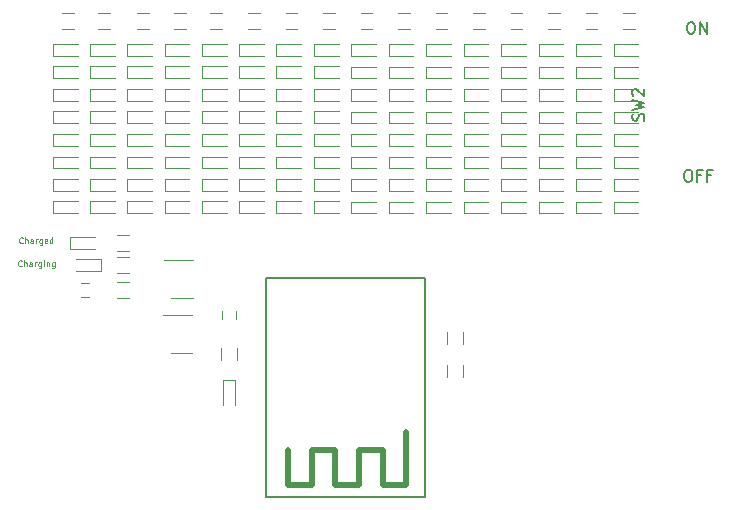
<source format=gto>
G04 #@! TF.FileFunction,Legend,Top*
%FSLAX46Y46*%
G04 Gerber Fmt 4.6, Leading zero omitted, Abs format (unit mm)*
G04 Created by KiCad (PCBNEW 4.0.7) date Tue Feb  6 08:28:50 2018*
%MOMM*%
%LPD*%
G01*
G04 APERTURE LIST*
%ADD10C,0.100000*%
%ADD11C,0.200000*%
%ADD12C,0.120000*%
%ADD13C,0.500000*%
%ADD14C,0.150000*%
G04 APERTURE END LIST*
D10*
X86750953Y-89698571D02*
X86727143Y-89722381D01*
X86655715Y-89746190D01*
X86608096Y-89746190D01*
X86536667Y-89722381D01*
X86489048Y-89674762D01*
X86465239Y-89627143D01*
X86441429Y-89531905D01*
X86441429Y-89460476D01*
X86465239Y-89365238D01*
X86489048Y-89317619D01*
X86536667Y-89270000D01*
X86608096Y-89246190D01*
X86655715Y-89246190D01*
X86727143Y-89270000D01*
X86750953Y-89293810D01*
X86965239Y-89746190D02*
X86965239Y-89246190D01*
X87179524Y-89746190D02*
X87179524Y-89484286D01*
X87155715Y-89436667D01*
X87108096Y-89412857D01*
X87036667Y-89412857D01*
X86989048Y-89436667D01*
X86965239Y-89460476D01*
X87631905Y-89746190D02*
X87631905Y-89484286D01*
X87608096Y-89436667D01*
X87560477Y-89412857D01*
X87465239Y-89412857D01*
X87417620Y-89436667D01*
X87631905Y-89722381D02*
X87584286Y-89746190D01*
X87465239Y-89746190D01*
X87417620Y-89722381D01*
X87393810Y-89674762D01*
X87393810Y-89627143D01*
X87417620Y-89579524D01*
X87465239Y-89555714D01*
X87584286Y-89555714D01*
X87631905Y-89531905D01*
X87870001Y-89746190D02*
X87870001Y-89412857D01*
X87870001Y-89508095D02*
X87893810Y-89460476D01*
X87917620Y-89436667D01*
X87965239Y-89412857D01*
X88012858Y-89412857D01*
X88393810Y-89412857D02*
X88393810Y-89817619D01*
X88370001Y-89865238D01*
X88346191Y-89889048D01*
X88298572Y-89912857D01*
X88227144Y-89912857D01*
X88179525Y-89889048D01*
X88393810Y-89722381D02*
X88346191Y-89746190D01*
X88250953Y-89746190D01*
X88203334Y-89722381D01*
X88179525Y-89698571D01*
X88155715Y-89650952D01*
X88155715Y-89508095D01*
X88179525Y-89460476D01*
X88203334Y-89436667D01*
X88250953Y-89412857D01*
X88346191Y-89412857D01*
X88393810Y-89436667D01*
X88822382Y-89722381D02*
X88774763Y-89746190D01*
X88679525Y-89746190D01*
X88631906Y-89722381D01*
X88608096Y-89674762D01*
X88608096Y-89484286D01*
X88631906Y-89436667D01*
X88679525Y-89412857D01*
X88774763Y-89412857D01*
X88822382Y-89436667D01*
X88846191Y-89484286D01*
X88846191Y-89531905D01*
X88608096Y-89579524D01*
X89274762Y-89746190D02*
X89274762Y-89246190D01*
X89274762Y-89722381D02*
X89227143Y-89746190D01*
X89131905Y-89746190D01*
X89084286Y-89722381D01*
X89060477Y-89698571D01*
X89036667Y-89650952D01*
X89036667Y-89508095D01*
X89060477Y-89460476D01*
X89084286Y-89436667D01*
X89131905Y-89412857D01*
X89227143Y-89412857D01*
X89274762Y-89436667D01*
X86670000Y-91648571D02*
X86646190Y-91672381D01*
X86574762Y-91696190D01*
X86527143Y-91696190D01*
X86455714Y-91672381D01*
X86408095Y-91624762D01*
X86384286Y-91577143D01*
X86360476Y-91481905D01*
X86360476Y-91410476D01*
X86384286Y-91315238D01*
X86408095Y-91267619D01*
X86455714Y-91220000D01*
X86527143Y-91196190D01*
X86574762Y-91196190D01*
X86646190Y-91220000D01*
X86670000Y-91243810D01*
X86884286Y-91696190D02*
X86884286Y-91196190D01*
X87098571Y-91696190D02*
X87098571Y-91434286D01*
X87074762Y-91386667D01*
X87027143Y-91362857D01*
X86955714Y-91362857D01*
X86908095Y-91386667D01*
X86884286Y-91410476D01*
X87550952Y-91696190D02*
X87550952Y-91434286D01*
X87527143Y-91386667D01*
X87479524Y-91362857D01*
X87384286Y-91362857D01*
X87336667Y-91386667D01*
X87550952Y-91672381D02*
X87503333Y-91696190D01*
X87384286Y-91696190D01*
X87336667Y-91672381D01*
X87312857Y-91624762D01*
X87312857Y-91577143D01*
X87336667Y-91529524D01*
X87384286Y-91505714D01*
X87503333Y-91505714D01*
X87550952Y-91481905D01*
X87789048Y-91696190D02*
X87789048Y-91362857D01*
X87789048Y-91458095D02*
X87812857Y-91410476D01*
X87836667Y-91386667D01*
X87884286Y-91362857D01*
X87931905Y-91362857D01*
X88312857Y-91362857D02*
X88312857Y-91767619D01*
X88289048Y-91815238D01*
X88265238Y-91839048D01*
X88217619Y-91862857D01*
X88146191Y-91862857D01*
X88098572Y-91839048D01*
X88312857Y-91672381D02*
X88265238Y-91696190D01*
X88170000Y-91696190D01*
X88122381Y-91672381D01*
X88098572Y-91648571D01*
X88074762Y-91600952D01*
X88074762Y-91458095D01*
X88098572Y-91410476D01*
X88122381Y-91386667D01*
X88170000Y-91362857D01*
X88265238Y-91362857D01*
X88312857Y-91386667D01*
X88550953Y-91696190D02*
X88550953Y-91362857D01*
X88550953Y-91196190D02*
X88527143Y-91220000D01*
X88550953Y-91243810D01*
X88574762Y-91220000D01*
X88550953Y-91196190D01*
X88550953Y-91243810D01*
X88789048Y-91362857D02*
X88789048Y-91696190D01*
X88789048Y-91410476D02*
X88812857Y-91386667D01*
X88860476Y-91362857D01*
X88931905Y-91362857D01*
X88979524Y-91386667D01*
X89003333Y-91434286D01*
X89003333Y-91696190D01*
X89455714Y-91362857D02*
X89455714Y-91767619D01*
X89431905Y-91815238D01*
X89408095Y-91839048D01*
X89360476Y-91862857D01*
X89289048Y-91862857D01*
X89241429Y-91839048D01*
X89455714Y-91672381D02*
X89408095Y-91696190D01*
X89312857Y-91696190D01*
X89265238Y-91672381D01*
X89241429Y-91648571D01*
X89217619Y-91600952D01*
X89217619Y-91458095D01*
X89241429Y-91410476D01*
X89265238Y-91386667D01*
X89312857Y-91362857D01*
X89408095Y-91362857D01*
X89455714Y-91386667D01*
D11*
X143017619Y-83522381D02*
X143208096Y-83522381D01*
X143303334Y-83570000D01*
X143398572Y-83665238D01*
X143446191Y-83855714D01*
X143446191Y-84189048D01*
X143398572Y-84379524D01*
X143303334Y-84474762D01*
X143208096Y-84522381D01*
X143017619Y-84522381D01*
X142922381Y-84474762D01*
X142827143Y-84379524D01*
X142779524Y-84189048D01*
X142779524Y-83855714D01*
X142827143Y-83665238D01*
X142922381Y-83570000D01*
X143017619Y-83522381D01*
X144208096Y-83998571D02*
X143874762Y-83998571D01*
X143874762Y-84522381D02*
X143874762Y-83522381D01*
X144350953Y-83522381D01*
X145065239Y-83998571D02*
X144731905Y-83998571D01*
X144731905Y-84522381D02*
X144731905Y-83522381D01*
X145208096Y-83522381D01*
X143250952Y-71022381D02*
X143441429Y-71022381D01*
X143536667Y-71070000D01*
X143631905Y-71165238D01*
X143679524Y-71355714D01*
X143679524Y-71689048D01*
X143631905Y-71879524D01*
X143536667Y-71974762D01*
X143441429Y-72022381D01*
X143250952Y-72022381D01*
X143155714Y-71974762D01*
X143060476Y-71879524D01*
X143012857Y-71689048D01*
X143012857Y-71355714D01*
X143060476Y-71165238D01*
X143155714Y-71070000D01*
X143250952Y-71022381D01*
X144108095Y-72022381D02*
X144108095Y-71022381D01*
X144679524Y-72022381D01*
X144679524Y-71022381D01*
D12*
X91710000Y-93100000D02*
X92410000Y-93100000D01*
X92410000Y-94300000D02*
X91710000Y-94300000D01*
X90790000Y-89190000D02*
X90790000Y-90190000D01*
X90790000Y-90190000D02*
X92890000Y-90190000D01*
X90790000Y-89190000D02*
X92890000Y-89190000D01*
X93380000Y-92050000D02*
X93380000Y-91050000D01*
X93380000Y-91050000D02*
X91280000Y-91050000D01*
X93380000Y-92050000D02*
X91280000Y-92050000D01*
X136780000Y-72870000D02*
X136780000Y-73870000D01*
X136780000Y-73870000D02*
X138880000Y-73870000D01*
X136780000Y-72870000D02*
X138880000Y-72870000D01*
X136780000Y-74775000D02*
X136780000Y-75775000D01*
X136780000Y-75775000D02*
X138880000Y-75775000D01*
X136780000Y-74775000D02*
X138880000Y-74775000D01*
X136780000Y-76680000D02*
X136780000Y-77680000D01*
X136780000Y-77680000D02*
X138880000Y-77680000D01*
X136780000Y-76680000D02*
X138880000Y-76680000D01*
X136780000Y-78585000D02*
X136780000Y-79585000D01*
X136780000Y-79585000D02*
X138880000Y-79585000D01*
X136780000Y-78585000D02*
X138880000Y-78585000D01*
X136780000Y-80490000D02*
X136780000Y-81490000D01*
X136780000Y-81490000D02*
X138880000Y-81490000D01*
X136780000Y-80490000D02*
X138880000Y-80490000D01*
X136780000Y-82395000D02*
X136780000Y-83395000D01*
X136780000Y-83395000D02*
X138880000Y-83395000D01*
X136780000Y-82395000D02*
X138880000Y-82395000D01*
X136780000Y-84300000D02*
X136780000Y-85300000D01*
X136780000Y-85300000D02*
X138880000Y-85300000D01*
X136780000Y-84300000D02*
X138880000Y-84300000D01*
X136780000Y-86205000D02*
X136780000Y-87205000D01*
X136780000Y-87205000D02*
X138880000Y-87205000D01*
X136780000Y-86205000D02*
X138880000Y-86205000D01*
X133605000Y-72870000D02*
X133605000Y-73870000D01*
X133605000Y-73870000D02*
X135705000Y-73870000D01*
X133605000Y-72870000D02*
X135705000Y-72870000D01*
X133605000Y-74775000D02*
X133605000Y-75775000D01*
X133605000Y-75775000D02*
X135705000Y-75775000D01*
X133605000Y-74775000D02*
X135705000Y-74775000D01*
X133605000Y-76680000D02*
X133605000Y-77680000D01*
X133605000Y-77680000D02*
X135705000Y-77680000D01*
X133605000Y-76680000D02*
X135705000Y-76680000D01*
X133605000Y-78585000D02*
X133605000Y-79585000D01*
X133605000Y-79585000D02*
X135705000Y-79585000D01*
X133605000Y-78585000D02*
X135705000Y-78585000D01*
X133605000Y-80490000D02*
X133605000Y-81490000D01*
X133605000Y-81490000D02*
X135705000Y-81490000D01*
X133605000Y-80490000D02*
X135705000Y-80490000D01*
X133605000Y-82395000D02*
X133605000Y-83395000D01*
X133605000Y-83395000D02*
X135705000Y-83395000D01*
X133605000Y-82395000D02*
X135705000Y-82395000D01*
X133605000Y-84300000D02*
X133605000Y-85300000D01*
X133605000Y-85300000D02*
X135705000Y-85300000D01*
X133605000Y-84300000D02*
X135705000Y-84300000D01*
X133605000Y-86205000D02*
X133605000Y-87205000D01*
X133605000Y-87205000D02*
X135705000Y-87205000D01*
X133605000Y-86205000D02*
X135705000Y-86205000D01*
X130430000Y-72870000D02*
X130430000Y-73870000D01*
X130430000Y-73870000D02*
X132530000Y-73870000D01*
X130430000Y-72870000D02*
X132530000Y-72870000D01*
X130430000Y-74775000D02*
X130430000Y-75775000D01*
X130430000Y-75775000D02*
X132530000Y-75775000D01*
X130430000Y-74775000D02*
X132530000Y-74775000D01*
X130430000Y-76680000D02*
X130430000Y-77680000D01*
X130430000Y-77680000D02*
X132530000Y-77680000D01*
X130430000Y-76680000D02*
X132530000Y-76680000D01*
X130430000Y-78585000D02*
X130430000Y-79585000D01*
X130430000Y-79585000D02*
X132530000Y-79585000D01*
X130430000Y-78585000D02*
X132530000Y-78585000D01*
X130430000Y-80490000D02*
X130430000Y-81490000D01*
X130430000Y-81490000D02*
X132530000Y-81490000D01*
X130430000Y-80490000D02*
X132530000Y-80490000D01*
X130430000Y-82395000D02*
X130430000Y-83395000D01*
X130430000Y-83395000D02*
X132530000Y-83395000D01*
X130430000Y-82395000D02*
X132530000Y-82395000D01*
X130430000Y-84300000D02*
X130430000Y-85300000D01*
X130430000Y-85300000D02*
X132530000Y-85300000D01*
X130430000Y-84300000D02*
X132530000Y-84300000D01*
X130430000Y-86205000D02*
X130430000Y-87205000D01*
X130430000Y-87205000D02*
X132530000Y-87205000D01*
X130430000Y-86205000D02*
X132530000Y-86205000D01*
X127255000Y-72870000D02*
X127255000Y-73870000D01*
X127255000Y-73870000D02*
X129355000Y-73870000D01*
X127255000Y-72870000D02*
X129355000Y-72870000D01*
X127255000Y-74775000D02*
X127255000Y-75775000D01*
X127255000Y-75775000D02*
X129355000Y-75775000D01*
X127255000Y-74775000D02*
X129355000Y-74775000D01*
X127255000Y-76680000D02*
X127255000Y-77680000D01*
X127255000Y-77680000D02*
X129355000Y-77680000D01*
X127255000Y-76680000D02*
X129355000Y-76680000D01*
X127255000Y-78585000D02*
X127255000Y-79585000D01*
X127255000Y-79585000D02*
X129355000Y-79585000D01*
X127255000Y-78585000D02*
X129355000Y-78585000D01*
X127255000Y-80490000D02*
X127255000Y-81490000D01*
X127255000Y-81490000D02*
X129355000Y-81490000D01*
X127255000Y-80490000D02*
X129355000Y-80490000D01*
X127255000Y-82395000D02*
X127255000Y-83395000D01*
X127255000Y-83395000D02*
X129355000Y-83395000D01*
X127255000Y-82395000D02*
X129355000Y-82395000D01*
X127255000Y-84300000D02*
X127255000Y-85300000D01*
X127255000Y-85300000D02*
X129355000Y-85300000D01*
X127255000Y-84300000D02*
X129355000Y-84300000D01*
X127255000Y-86205000D02*
X127255000Y-87205000D01*
X127255000Y-87205000D02*
X129355000Y-87205000D01*
X127255000Y-86205000D02*
X129355000Y-86205000D01*
X124080000Y-72870000D02*
X124080000Y-73870000D01*
X124080000Y-73870000D02*
X126180000Y-73870000D01*
X124080000Y-72870000D02*
X126180000Y-72870000D01*
X124080000Y-74775000D02*
X124080000Y-75775000D01*
X124080000Y-75775000D02*
X126180000Y-75775000D01*
X124080000Y-74775000D02*
X126180000Y-74775000D01*
X124080000Y-76680000D02*
X124080000Y-77680000D01*
X124080000Y-77680000D02*
X126180000Y-77680000D01*
X124080000Y-76680000D02*
X126180000Y-76680000D01*
X124080000Y-78585000D02*
X124080000Y-79585000D01*
X124080000Y-79585000D02*
X126180000Y-79585000D01*
X124080000Y-78585000D02*
X126180000Y-78585000D01*
X124080000Y-80490000D02*
X124080000Y-81490000D01*
X124080000Y-81490000D02*
X126180000Y-81490000D01*
X124080000Y-80490000D02*
X126180000Y-80490000D01*
X124080000Y-82395000D02*
X124080000Y-83395000D01*
X124080000Y-83395000D02*
X126180000Y-83395000D01*
X124080000Y-82395000D02*
X126180000Y-82395000D01*
X124080000Y-84300000D02*
X124080000Y-85300000D01*
X124080000Y-85300000D02*
X126180000Y-85300000D01*
X124080000Y-84300000D02*
X126180000Y-84300000D01*
X124080000Y-86205000D02*
X124080000Y-87205000D01*
X124080000Y-87205000D02*
X126180000Y-87205000D01*
X124080000Y-86205000D02*
X126180000Y-86205000D01*
X120905000Y-72870000D02*
X120905000Y-73870000D01*
X120905000Y-73870000D02*
X123005000Y-73870000D01*
X120905000Y-72870000D02*
X123005000Y-72870000D01*
X120905000Y-74775000D02*
X120905000Y-75775000D01*
X120905000Y-75775000D02*
X123005000Y-75775000D01*
X120905000Y-74775000D02*
X123005000Y-74775000D01*
X120905000Y-76680000D02*
X120905000Y-77680000D01*
X120905000Y-77680000D02*
X123005000Y-77680000D01*
X120905000Y-76680000D02*
X123005000Y-76680000D01*
X120905000Y-78585000D02*
X120905000Y-79585000D01*
X120905000Y-79585000D02*
X123005000Y-79585000D01*
X120905000Y-78585000D02*
X123005000Y-78585000D01*
X120905000Y-80490000D02*
X120905000Y-81490000D01*
X120905000Y-81490000D02*
X123005000Y-81490000D01*
X120905000Y-80490000D02*
X123005000Y-80490000D01*
X120905000Y-82395000D02*
X120905000Y-83395000D01*
X120905000Y-83395000D02*
X123005000Y-83395000D01*
X120905000Y-82395000D02*
X123005000Y-82395000D01*
X120905000Y-84300000D02*
X120905000Y-85300000D01*
X120905000Y-85300000D02*
X123005000Y-85300000D01*
X120905000Y-84300000D02*
X123005000Y-84300000D01*
X120905000Y-86205000D02*
X120905000Y-87205000D01*
X120905000Y-87205000D02*
X123005000Y-87205000D01*
X120905000Y-86205000D02*
X123005000Y-86205000D01*
X117730000Y-72870000D02*
X117730000Y-73870000D01*
X117730000Y-73870000D02*
X119830000Y-73870000D01*
X117730000Y-72870000D02*
X119830000Y-72870000D01*
X117730000Y-74775000D02*
X117730000Y-75775000D01*
X117730000Y-75775000D02*
X119830000Y-75775000D01*
X117730000Y-74775000D02*
X119830000Y-74775000D01*
X117730000Y-76680000D02*
X117730000Y-77680000D01*
X117730000Y-77680000D02*
X119830000Y-77680000D01*
X117730000Y-76680000D02*
X119830000Y-76680000D01*
X117730000Y-78585000D02*
X117730000Y-79585000D01*
X117730000Y-79585000D02*
X119830000Y-79585000D01*
X117730000Y-78585000D02*
X119830000Y-78585000D01*
X117730000Y-80490000D02*
X117730000Y-81490000D01*
X117730000Y-81490000D02*
X119830000Y-81490000D01*
X117730000Y-80490000D02*
X119830000Y-80490000D01*
X117730000Y-82395000D02*
X117730000Y-83395000D01*
X117730000Y-83395000D02*
X119830000Y-83395000D01*
X117730000Y-82395000D02*
X119830000Y-82395000D01*
X117730000Y-84300000D02*
X117730000Y-85300000D01*
X117730000Y-85300000D02*
X119830000Y-85300000D01*
X117730000Y-84300000D02*
X119830000Y-84300000D01*
X117730000Y-86205000D02*
X117730000Y-87205000D01*
X117730000Y-87205000D02*
X119830000Y-87205000D01*
X117730000Y-86205000D02*
X119830000Y-86205000D01*
X114555000Y-72870000D02*
X114555000Y-73870000D01*
X114555000Y-73870000D02*
X116655000Y-73870000D01*
X114555000Y-72870000D02*
X116655000Y-72870000D01*
X114555000Y-74775000D02*
X114555000Y-75775000D01*
X114555000Y-75775000D02*
X116655000Y-75775000D01*
X114555000Y-74775000D02*
X116655000Y-74775000D01*
X114555000Y-76680000D02*
X114555000Y-77680000D01*
X114555000Y-77680000D02*
X116655000Y-77680000D01*
X114555000Y-76680000D02*
X116655000Y-76680000D01*
X114555000Y-78585000D02*
X114555000Y-79585000D01*
X114555000Y-79585000D02*
X116655000Y-79585000D01*
X114555000Y-78585000D02*
X116655000Y-78585000D01*
X114555000Y-80490000D02*
X114555000Y-81490000D01*
X114555000Y-81490000D02*
X116655000Y-81490000D01*
X114555000Y-80490000D02*
X116655000Y-80490000D01*
X114555000Y-82395000D02*
X114555000Y-83395000D01*
X114555000Y-83395000D02*
X116655000Y-83395000D01*
X114555000Y-82395000D02*
X116655000Y-82395000D01*
X114555000Y-84300000D02*
X114555000Y-85300000D01*
X114555000Y-85300000D02*
X116655000Y-85300000D01*
X114555000Y-84300000D02*
X116655000Y-84300000D01*
X114555000Y-86205000D02*
X114555000Y-87205000D01*
X114555000Y-87205000D02*
X116655000Y-87205000D01*
X114555000Y-86205000D02*
X116655000Y-86205000D01*
X94720000Y-89010000D02*
X95720000Y-89010000D01*
X95720000Y-90370000D02*
X94720000Y-90370000D01*
X95720000Y-92240000D02*
X94720000Y-92240000D01*
X94720000Y-90880000D02*
X95720000Y-90880000D01*
X94720000Y-93010000D02*
X95720000Y-93010000D01*
X95720000Y-94370000D02*
X94720000Y-94370000D01*
X137620000Y-70240000D02*
X138620000Y-70240000D01*
X138620000Y-71600000D02*
X137620000Y-71600000D01*
X134420000Y-70240000D02*
X135420000Y-70240000D01*
X135420000Y-71600000D02*
X134420000Y-71600000D01*
X131220000Y-70240000D02*
X132220000Y-70240000D01*
X132220000Y-71600000D02*
X131220000Y-71600000D01*
X128070000Y-70240000D02*
X129070000Y-70240000D01*
X129070000Y-71600000D02*
X128070000Y-71600000D01*
X124920000Y-70240000D02*
X125920000Y-70240000D01*
X125920000Y-71600000D02*
X124920000Y-71600000D01*
X122720000Y-71600000D02*
X121720000Y-71600000D01*
X121720000Y-70240000D02*
X122720000Y-70240000D01*
X119520000Y-71600000D02*
X118520000Y-71600000D01*
X118520000Y-70240000D02*
X119520000Y-70240000D01*
X116370000Y-71600000D02*
X115370000Y-71600000D01*
X115370000Y-70240000D02*
X116370000Y-70240000D01*
X99340000Y-94410000D02*
X101140000Y-94410000D01*
X101140000Y-91190000D02*
X98690000Y-91190000D01*
X111395000Y-72870000D02*
X111395000Y-73870000D01*
X111395000Y-73870000D02*
X113495000Y-73870000D01*
X111395000Y-72870000D02*
X113495000Y-72870000D01*
X111395000Y-74770000D02*
X111395000Y-75770000D01*
X111395000Y-75770000D02*
X113495000Y-75770000D01*
X111395000Y-74770000D02*
X113495000Y-74770000D01*
X111395000Y-76670000D02*
X111395000Y-77670000D01*
X111395000Y-77670000D02*
X113495000Y-77670000D01*
X111395000Y-76670000D02*
X113495000Y-76670000D01*
X111395000Y-78570000D02*
X111395000Y-79570000D01*
X111395000Y-79570000D02*
X113495000Y-79570000D01*
X111395000Y-78570000D02*
X113495000Y-78570000D01*
X111395000Y-80470000D02*
X111395000Y-81470000D01*
X111395000Y-81470000D02*
X113495000Y-81470000D01*
X111395000Y-80470000D02*
X113495000Y-80470000D01*
X111395000Y-82395000D02*
X111395000Y-83395000D01*
X111395000Y-83395000D02*
X113495000Y-83395000D01*
X111395000Y-82395000D02*
X113495000Y-82395000D01*
X111395000Y-84295000D02*
X111395000Y-85295000D01*
X111395000Y-85295000D02*
X113495000Y-85295000D01*
X111395000Y-84295000D02*
X113495000Y-84295000D01*
X111395000Y-86195000D02*
X111395000Y-87195000D01*
X111395000Y-87195000D02*
X113495000Y-87195000D01*
X111395000Y-86195000D02*
X113495000Y-86195000D01*
X108245000Y-72870000D02*
X108245000Y-73870000D01*
X108245000Y-73870000D02*
X110345000Y-73870000D01*
X108245000Y-72870000D02*
X110345000Y-72870000D01*
X108245000Y-74770000D02*
X108245000Y-75770000D01*
X108245000Y-75770000D02*
X110345000Y-75770000D01*
X108245000Y-74770000D02*
X110345000Y-74770000D01*
X108245000Y-76670000D02*
X108245000Y-77670000D01*
X108245000Y-77670000D02*
X110345000Y-77670000D01*
X108245000Y-76670000D02*
X110345000Y-76670000D01*
X108245000Y-78570000D02*
X108245000Y-79570000D01*
X108245000Y-79570000D02*
X110345000Y-79570000D01*
X108245000Y-78570000D02*
X110345000Y-78570000D01*
X108245000Y-80470000D02*
X108245000Y-81470000D01*
X108245000Y-81470000D02*
X110345000Y-81470000D01*
X108245000Y-80470000D02*
X110345000Y-80470000D01*
X108245000Y-82395000D02*
X108245000Y-83395000D01*
X108245000Y-83395000D02*
X110345000Y-83395000D01*
X108245000Y-82395000D02*
X110345000Y-82395000D01*
X108245000Y-84295000D02*
X108245000Y-85295000D01*
X108245000Y-85295000D02*
X110345000Y-85295000D01*
X108245000Y-84295000D02*
X110345000Y-84295000D01*
X108245000Y-86195000D02*
X108245000Y-87195000D01*
X108245000Y-87195000D02*
X110345000Y-87195000D01*
X108245000Y-86195000D02*
X110345000Y-86195000D01*
X105070000Y-72870000D02*
X105070000Y-73870000D01*
X105070000Y-73870000D02*
X107170000Y-73870000D01*
X105070000Y-72870000D02*
X107170000Y-72870000D01*
X105070000Y-74770000D02*
X105070000Y-75770000D01*
X105070000Y-75770000D02*
X107170000Y-75770000D01*
X105070000Y-74770000D02*
X107170000Y-74770000D01*
X105070000Y-76670000D02*
X105070000Y-77670000D01*
X105070000Y-77670000D02*
X107170000Y-77670000D01*
X105070000Y-76670000D02*
X107170000Y-76670000D01*
X105070000Y-78570000D02*
X105070000Y-79570000D01*
X105070000Y-79570000D02*
X107170000Y-79570000D01*
X105070000Y-78570000D02*
X107170000Y-78570000D01*
X105070000Y-80470000D02*
X105070000Y-81470000D01*
X105070000Y-81470000D02*
X107170000Y-81470000D01*
X105070000Y-80470000D02*
X107170000Y-80470000D01*
X105070000Y-82395000D02*
X105070000Y-83395000D01*
X105070000Y-83395000D02*
X107170000Y-83395000D01*
X105070000Y-82395000D02*
X107170000Y-82395000D01*
X105070000Y-84295000D02*
X105070000Y-85295000D01*
X105070000Y-85295000D02*
X107170000Y-85295000D01*
X105070000Y-84295000D02*
X107170000Y-84295000D01*
X105070000Y-86195000D02*
X105070000Y-87195000D01*
X105070000Y-87195000D02*
X107170000Y-87195000D01*
X105070000Y-86195000D02*
X107170000Y-86195000D01*
X101920000Y-72870000D02*
X101920000Y-73870000D01*
X101920000Y-73870000D02*
X104020000Y-73870000D01*
X101920000Y-72870000D02*
X104020000Y-72870000D01*
X101920000Y-74770000D02*
X101920000Y-75770000D01*
X101920000Y-75770000D02*
X104020000Y-75770000D01*
X101920000Y-74770000D02*
X104020000Y-74770000D01*
X101920000Y-76670000D02*
X101920000Y-77670000D01*
X101920000Y-77670000D02*
X104020000Y-77670000D01*
X101920000Y-76670000D02*
X104020000Y-76670000D01*
X101920000Y-78570000D02*
X101920000Y-79570000D01*
X101920000Y-79570000D02*
X104020000Y-79570000D01*
X101920000Y-78570000D02*
X104020000Y-78570000D01*
X101920000Y-80470000D02*
X101920000Y-81470000D01*
X101920000Y-81470000D02*
X104020000Y-81470000D01*
X101920000Y-80470000D02*
X104020000Y-80470000D01*
X101920000Y-82395000D02*
X101920000Y-83395000D01*
X101920000Y-83395000D02*
X104020000Y-83395000D01*
X101920000Y-82395000D02*
X104020000Y-82395000D01*
X101920000Y-84295000D02*
X101920000Y-85295000D01*
X101920000Y-85295000D02*
X104020000Y-85295000D01*
X101920000Y-84295000D02*
X104020000Y-84295000D01*
X101920000Y-86195000D02*
X101920000Y-87195000D01*
X101920000Y-87195000D02*
X104020000Y-87195000D01*
X101920000Y-86195000D02*
X104020000Y-86195000D01*
X98770000Y-72870000D02*
X98770000Y-73870000D01*
X98770000Y-73870000D02*
X100870000Y-73870000D01*
X98770000Y-72870000D02*
X100870000Y-72870000D01*
X98770000Y-74770000D02*
X98770000Y-75770000D01*
X98770000Y-75770000D02*
X100870000Y-75770000D01*
X98770000Y-74770000D02*
X100870000Y-74770000D01*
X98770000Y-76670000D02*
X98770000Y-77670000D01*
X98770000Y-77670000D02*
X100870000Y-77670000D01*
X98770000Y-76670000D02*
X100870000Y-76670000D01*
X98770000Y-78570000D02*
X98770000Y-79570000D01*
X98770000Y-79570000D02*
X100870000Y-79570000D01*
X98770000Y-78570000D02*
X100870000Y-78570000D01*
X98770000Y-80470000D02*
X98770000Y-81470000D01*
X98770000Y-81470000D02*
X100870000Y-81470000D01*
X98770000Y-80470000D02*
X100870000Y-80470000D01*
X98770000Y-82395000D02*
X98770000Y-83395000D01*
X98770000Y-83395000D02*
X100870000Y-83395000D01*
X98770000Y-82395000D02*
X100870000Y-82395000D01*
X98770000Y-84295000D02*
X98770000Y-85295000D01*
X98770000Y-85295000D02*
X100870000Y-85295000D01*
X98770000Y-84295000D02*
X100870000Y-84295000D01*
X98770000Y-86195000D02*
X98770000Y-87195000D01*
X98770000Y-87195000D02*
X100870000Y-87195000D01*
X98770000Y-86195000D02*
X100870000Y-86195000D01*
X95620000Y-72870000D02*
X95620000Y-73870000D01*
X95620000Y-73870000D02*
X97720000Y-73870000D01*
X95620000Y-72870000D02*
X97720000Y-72870000D01*
X95620000Y-74770000D02*
X95620000Y-75770000D01*
X95620000Y-75770000D02*
X97720000Y-75770000D01*
X95620000Y-74770000D02*
X97720000Y-74770000D01*
X95620000Y-76670000D02*
X95620000Y-77670000D01*
X95620000Y-77670000D02*
X97720000Y-77670000D01*
X95620000Y-76670000D02*
X97720000Y-76670000D01*
X95620000Y-78570000D02*
X95620000Y-79570000D01*
X95620000Y-79570000D02*
X97720000Y-79570000D01*
X95620000Y-78570000D02*
X97720000Y-78570000D01*
X95620000Y-80470000D02*
X95620000Y-81470000D01*
X95620000Y-81470000D02*
X97720000Y-81470000D01*
X95620000Y-80470000D02*
X97720000Y-80470000D01*
X95620000Y-82395000D02*
X95620000Y-83395000D01*
X95620000Y-83395000D02*
X97720000Y-83395000D01*
X95620000Y-82395000D02*
X97720000Y-82395000D01*
X95620000Y-84295000D02*
X95620000Y-85295000D01*
X95620000Y-85295000D02*
X97720000Y-85295000D01*
X95620000Y-84295000D02*
X97720000Y-84295000D01*
X95620000Y-86195000D02*
X95620000Y-87195000D01*
X95620000Y-87195000D02*
X97720000Y-87195000D01*
X95620000Y-86195000D02*
X97720000Y-86195000D01*
X92470000Y-72870000D02*
X92470000Y-73870000D01*
X92470000Y-73870000D02*
X94570000Y-73870000D01*
X92470000Y-72870000D02*
X94570000Y-72870000D01*
X92470000Y-74770000D02*
X92470000Y-75770000D01*
X92470000Y-75770000D02*
X94570000Y-75770000D01*
X92470000Y-74770000D02*
X94570000Y-74770000D01*
X92470000Y-76670000D02*
X92470000Y-77670000D01*
X92470000Y-77670000D02*
X94570000Y-77670000D01*
X92470000Y-76670000D02*
X94570000Y-76670000D01*
X92470000Y-78570000D02*
X92470000Y-79570000D01*
X92470000Y-79570000D02*
X94570000Y-79570000D01*
X92470000Y-78570000D02*
X94570000Y-78570000D01*
X92470000Y-80470000D02*
X92470000Y-81470000D01*
X92470000Y-81470000D02*
X94570000Y-81470000D01*
X92470000Y-80470000D02*
X94570000Y-80470000D01*
X92470000Y-82395000D02*
X92470000Y-83395000D01*
X92470000Y-83395000D02*
X94570000Y-83395000D01*
X92470000Y-82395000D02*
X94570000Y-82395000D01*
X92470000Y-84295000D02*
X92470000Y-85295000D01*
X92470000Y-85295000D02*
X94570000Y-85295000D01*
X92470000Y-84295000D02*
X94570000Y-84295000D01*
X92470000Y-86195000D02*
X92470000Y-87195000D01*
X92470000Y-87195000D02*
X94570000Y-87195000D01*
X92470000Y-86195000D02*
X94570000Y-86195000D01*
X89320000Y-72870000D02*
X89320000Y-73870000D01*
X89320000Y-73870000D02*
X91420000Y-73870000D01*
X89320000Y-72870000D02*
X91420000Y-72870000D01*
X89320000Y-74770000D02*
X89320000Y-75770000D01*
X89320000Y-75770000D02*
X91420000Y-75770000D01*
X89320000Y-74770000D02*
X91420000Y-74770000D01*
X89320000Y-76670000D02*
X89320000Y-77670000D01*
X89320000Y-77670000D02*
X91420000Y-77670000D01*
X89320000Y-76670000D02*
X91420000Y-76670000D01*
X89320000Y-78570000D02*
X89320000Y-79570000D01*
X89320000Y-79570000D02*
X91420000Y-79570000D01*
X89320000Y-78570000D02*
X91420000Y-78570000D01*
X89320000Y-80470000D02*
X89320000Y-81470000D01*
X89320000Y-81470000D02*
X91420000Y-81470000D01*
X89320000Y-80470000D02*
X91420000Y-80470000D01*
X89320000Y-82395000D02*
X89320000Y-83395000D01*
X89320000Y-83395000D02*
X91420000Y-83395000D01*
X89320000Y-82395000D02*
X91420000Y-82395000D01*
X89320000Y-84295000D02*
X89320000Y-85295000D01*
X89320000Y-85295000D02*
X91420000Y-85295000D01*
X89320000Y-84295000D02*
X91420000Y-84295000D01*
X89320000Y-86195000D02*
X89320000Y-87195000D01*
X89320000Y-87195000D02*
X91420000Y-87195000D01*
X89320000Y-86195000D02*
X91420000Y-86195000D01*
X112170000Y-70240000D02*
X113170000Y-70240000D01*
X113170000Y-71600000D02*
X112170000Y-71600000D01*
X109020000Y-70240000D02*
X110020000Y-70240000D01*
X110020000Y-71600000D02*
X109020000Y-71600000D01*
X106820000Y-71600000D02*
X105820000Y-71600000D01*
X105820000Y-70240000D02*
X106820000Y-70240000D01*
X103620000Y-71600000D02*
X102620000Y-71600000D01*
X102620000Y-70240000D02*
X103620000Y-70240000D01*
X100570000Y-71600000D02*
X99570000Y-71600000D01*
X99570000Y-70240000D02*
X100570000Y-70240000D01*
X96420000Y-70240000D02*
X97420000Y-70240000D01*
X97420000Y-71600000D02*
X96420000Y-71600000D01*
X94110000Y-71610000D02*
X93110000Y-71610000D01*
X93110000Y-70250000D02*
X94110000Y-70250000D01*
X91120000Y-71600000D02*
X90120000Y-71600000D01*
X90120000Y-70240000D02*
X91120000Y-70240000D01*
X103620000Y-96170000D02*
X103620000Y-95470000D01*
X104820000Y-95470000D02*
X104820000Y-96170000D01*
X104720000Y-101320000D02*
X103720000Y-101320000D01*
X103720000Y-101320000D02*
X103720000Y-103420000D01*
X104720000Y-101320000D02*
X104720000Y-103420000D01*
X104900000Y-98620000D02*
X104900000Y-99620000D01*
X103540000Y-99620000D02*
X103540000Y-98620000D01*
X99290000Y-99070000D02*
X101090000Y-99070000D01*
X101090000Y-95850000D02*
X98640000Y-95850000D01*
D13*
X119220000Y-105720000D02*
X119220000Y-110220000D01*
X119220000Y-110220000D02*
X117220000Y-110220000D01*
X117220000Y-110220000D02*
X117220000Y-107220000D01*
X117220000Y-107220000D02*
X115220000Y-107220000D01*
X115220000Y-107220000D02*
X115220000Y-110220000D01*
X115220000Y-110220000D02*
X113220000Y-110220000D01*
X113220000Y-110220000D02*
X113220000Y-107220000D01*
X113220000Y-107220000D02*
X111220000Y-107220000D01*
X111220000Y-107220000D02*
X111220000Y-110220000D01*
X111220000Y-110220000D02*
X109220000Y-110220000D01*
X109220000Y-110220000D02*
X109220000Y-107220000D01*
D14*
X107320000Y-111220000D02*
X107320000Y-105320000D01*
X120820000Y-111220000D02*
X107320000Y-111220000D01*
X120820000Y-105320000D02*
X120820000Y-111220000D01*
X107320000Y-92720000D02*
X107320000Y-105320000D01*
X120820000Y-92720000D02*
X107320000Y-92720000D01*
X120820000Y-105320000D02*
X120820000Y-92720000D01*
D12*
X124020000Y-97230000D02*
X124020000Y-98230000D01*
X122660000Y-98230000D02*
X122660000Y-97230000D01*
X122650000Y-101040000D02*
X122650000Y-100040000D01*
X124010000Y-100040000D02*
X124010000Y-101040000D01*
D14*
X139324762Y-79353333D02*
X139372381Y-79210476D01*
X139372381Y-78972380D01*
X139324762Y-78877142D01*
X139277143Y-78829523D01*
X139181905Y-78781904D01*
X139086667Y-78781904D01*
X138991429Y-78829523D01*
X138943810Y-78877142D01*
X138896190Y-78972380D01*
X138848571Y-79162857D01*
X138800952Y-79258095D01*
X138753333Y-79305714D01*
X138658095Y-79353333D01*
X138562857Y-79353333D01*
X138467619Y-79305714D01*
X138420000Y-79258095D01*
X138372381Y-79162857D01*
X138372381Y-78924761D01*
X138420000Y-78781904D01*
X138372381Y-78448571D02*
X139372381Y-78210476D01*
X138658095Y-78019999D01*
X139372381Y-77829523D01*
X138372381Y-77591428D01*
X138467619Y-77258095D02*
X138420000Y-77210476D01*
X138372381Y-77115238D01*
X138372381Y-76877142D01*
X138420000Y-76781904D01*
X138467619Y-76734285D01*
X138562857Y-76686666D01*
X138658095Y-76686666D01*
X138800952Y-76734285D01*
X139372381Y-77305714D01*
X139372381Y-76686666D01*
M02*

</source>
